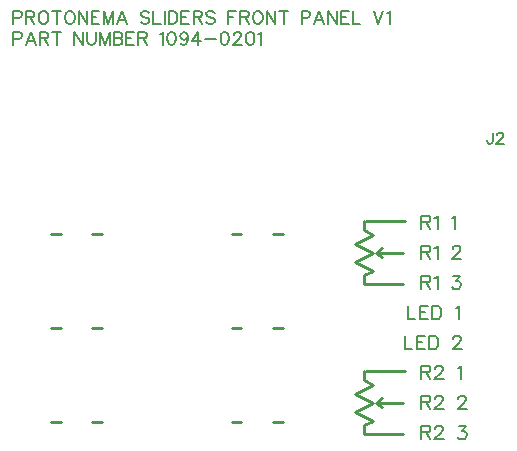
<source format=gto>
G04 Layer: TopSilkscreenLayer*
G04 EasyEDA v6.5.22, 2023-02-15 20:21:58*
G04 4437690330c0464a833ae06912b54f16,5a6b42c53f6a479593ecc07194224c93,10*
G04 Gerber Generator version 0.2*
G04 Scale: 100 percent, Rotated: No, Reflected: No *
G04 Dimensions in millimeters *
G04 leading zeros omitted , absolute positions ,4 integer and 5 decimal *
%FSLAX45Y45*%
%MOMM*%

%ADD10C,0.1524*%
%ADD11C,0.2540*%

%LPD*%
D10*
X762000Y5423915D02*
G01*
X762000Y5314950D01*
X762000Y5423915D02*
G01*
X808736Y5423915D01*
X824229Y5418836D01*
X829563Y5413502D01*
X834644Y5403087D01*
X834644Y5387594D01*
X829563Y5377179D01*
X824229Y5372100D01*
X808736Y5366765D01*
X762000Y5366765D01*
X910589Y5423915D02*
G01*
X868934Y5314950D01*
X910589Y5423915D02*
G01*
X952245Y5314950D01*
X884681Y5351271D02*
G01*
X936497Y5351271D01*
X986536Y5423915D02*
G01*
X986536Y5314950D01*
X986536Y5423915D02*
G01*
X1033271Y5423915D01*
X1048765Y5418836D01*
X1054100Y5413502D01*
X1059179Y5403087D01*
X1059179Y5392673D01*
X1054100Y5382260D01*
X1048765Y5377179D01*
X1033271Y5372100D01*
X986536Y5372100D01*
X1022857Y5372100D02*
G01*
X1059179Y5314950D01*
X1129792Y5423915D02*
G01*
X1129792Y5314950D01*
X1093470Y5423915D02*
G01*
X1166113Y5423915D01*
X1280413Y5423915D02*
G01*
X1280413Y5314950D01*
X1280413Y5423915D02*
G01*
X1353312Y5314950D01*
X1353312Y5423915D02*
G01*
X1353312Y5314950D01*
X1387602Y5423915D02*
G01*
X1387602Y5345937D01*
X1392681Y5330444D01*
X1403095Y5320029D01*
X1418589Y5314950D01*
X1429004Y5314950D01*
X1444752Y5320029D01*
X1455165Y5330444D01*
X1460245Y5345937D01*
X1460245Y5423915D01*
X1494536Y5423915D02*
G01*
X1494536Y5314950D01*
X1494536Y5423915D02*
G01*
X1536192Y5314950D01*
X1577594Y5423915D02*
G01*
X1536192Y5314950D01*
X1577594Y5423915D02*
G01*
X1577594Y5314950D01*
X1611884Y5423915D02*
G01*
X1611884Y5314950D01*
X1611884Y5423915D02*
G01*
X1658620Y5423915D01*
X1674368Y5418836D01*
X1679447Y5413502D01*
X1684781Y5403087D01*
X1684781Y5392673D01*
X1679447Y5382260D01*
X1674368Y5377179D01*
X1658620Y5372100D01*
X1611884Y5372100D02*
G01*
X1658620Y5372100D01*
X1674368Y5366765D01*
X1679447Y5361686D01*
X1684781Y5351271D01*
X1684781Y5335523D01*
X1679447Y5325110D01*
X1674368Y5320029D01*
X1658620Y5314950D01*
X1611884Y5314950D01*
X1719071Y5423915D02*
G01*
X1719071Y5314950D01*
X1719071Y5423915D02*
G01*
X1786636Y5423915D01*
X1719071Y5372100D02*
G01*
X1760473Y5372100D01*
X1719071Y5314950D02*
G01*
X1786636Y5314950D01*
X1820926Y5423915D02*
G01*
X1820926Y5314950D01*
X1820926Y5423915D02*
G01*
X1867662Y5423915D01*
X1883155Y5418836D01*
X1888489Y5413502D01*
X1893570Y5403087D01*
X1893570Y5392673D01*
X1888489Y5382260D01*
X1883155Y5377179D01*
X1867662Y5372100D01*
X1820926Y5372100D01*
X1857247Y5372100D02*
G01*
X1893570Y5314950D01*
X2007870Y5403087D02*
G01*
X2018284Y5408421D01*
X2033777Y5423915D01*
X2033777Y5314950D01*
X2099309Y5423915D02*
G01*
X2083815Y5418836D01*
X2073402Y5403087D01*
X2068068Y5377179D01*
X2068068Y5361686D01*
X2073402Y5335523D01*
X2083815Y5320029D01*
X2099309Y5314950D01*
X2109724Y5314950D01*
X2125218Y5320029D01*
X2135631Y5335523D01*
X2140965Y5361686D01*
X2140965Y5377179D01*
X2135631Y5403087D01*
X2125218Y5418836D01*
X2109724Y5423915D01*
X2099309Y5423915D01*
X2242820Y5387594D02*
G01*
X2237486Y5372100D01*
X2227072Y5361686D01*
X2211577Y5356352D01*
X2206243Y5356352D01*
X2190750Y5361686D01*
X2180336Y5372100D01*
X2175256Y5387594D01*
X2175256Y5392673D01*
X2180336Y5408421D01*
X2190750Y5418836D01*
X2206243Y5423915D01*
X2211577Y5423915D01*
X2227072Y5418836D01*
X2237486Y5408421D01*
X2242820Y5387594D01*
X2242820Y5361686D01*
X2237486Y5335523D01*
X2227072Y5320029D01*
X2211577Y5314950D01*
X2201163Y5314950D01*
X2185670Y5320029D01*
X2180336Y5330444D01*
X2328925Y5423915D02*
G01*
X2277109Y5351271D01*
X2354834Y5351271D01*
X2328925Y5423915D02*
G01*
X2328925Y5314950D01*
X2389124Y5361686D02*
G01*
X2482850Y5361686D01*
X2548127Y5423915D02*
G01*
X2532634Y5418836D01*
X2522220Y5403087D01*
X2517140Y5377179D01*
X2517140Y5361686D01*
X2522220Y5335523D01*
X2532634Y5320029D01*
X2548127Y5314950D01*
X2558541Y5314950D01*
X2574290Y5320029D01*
X2584450Y5335523D01*
X2589784Y5361686D01*
X2589784Y5377179D01*
X2584450Y5403087D01*
X2574290Y5418836D01*
X2558541Y5423915D01*
X2548127Y5423915D01*
X2629154Y5398007D02*
G01*
X2629154Y5403087D01*
X2634488Y5413502D01*
X2639568Y5418836D01*
X2649981Y5423915D01*
X2670809Y5423915D01*
X2681224Y5418836D01*
X2686304Y5413502D01*
X2691638Y5403087D01*
X2691638Y5392673D01*
X2686304Y5382260D01*
X2675890Y5366765D01*
X2624074Y5314950D01*
X2696718Y5314950D01*
X2762250Y5423915D02*
G01*
X2746756Y5418836D01*
X2736341Y5403087D01*
X2731008Y5377179D01*
X2731008Y5361686D01*
X2736341Y5335523D01*
X2746756Y5320029D01*
X2762250Y5314950D01*
X2772663Y5314950D01*
X2788158Y5320029D01*
X2798572Y5335523D01*
X2803906Y5361686D01*
X2803906Y5377179D01*
X2798572Y5403087D01*
X2788158Y5418836D01*
X2772663Y5423915D01*
X2762250Y5423915D01*
X2838195Y5403087D02*
G01*
X2848609Y5408421D01*
X2864104Y5423915D01*
X2864104Y5314950D01*
X762000Y5601715D02*
G01*
X762000Y5492750D01*
X762000Y5601715D02*
G01*
X808736Y5601715D01*
X824229Y5596636D01*
X829563Y5591302D01*
X834644Y5580887D01*
X834644Y5565394D01*
X829563Y5554979D01*
X824229Y5549900D01*
X808736Y5544565D01*
X762000Y5544565D01*
X868934Y5601715D02*
G01*
X868934Y5492750D01*
X868934Y5601715D02*
G01*
X915670Y5601715D01*
X931418Y5596636D01*
X936497Y5591302D01*
X941831Y5580887D01*
X941831Y5570473D01*
X936497Y5560060D01*
X931418Y5554979D01*
X915670Y5549900D01*
X868934Y5549900D01*
X905510Y5549900D02*
G01*
X941831Y5492750D01*
X1007110Y5601715D02*
G01*
X996950Y5596636D01*
X986536Y5586221D01*
X981202Y5575807D01*
X976121Y5560060D01*
X976121Y5534152D01*
X981202Y5518657D01*
X986536Y5508244D01*
X996950Y5497829D01*
X1007110Y5492750D01*
X1027937Y5492750D01*
X1038352Y5497829D01*
X1048765Y5508244D01*
X1054100Y5518657D01*
X1059179Y5534152D01*
X1059179Y5560060D01*
X1054100Y5575807D01*
X1048765Y5586221D01*
X1038352Y5596636D01*
X1027937Y5601715D01*
X1007110Y5601715D01*
X1129792Y5601715D02*
G01*
X1129792Y5492750D01*
X1093470Y5601715D02*
G01*
X1166113Y5601715D01*
X1231645Y5601715D02*
G01*
X1221231Y5596636D01*
X1210818Y5586221D01*
X1205737Y5575807D01*
X1200404Y5560060D01*
X1200404Y5534152D01*
X1205737Y5518657D01*
X1210818Y5508244D01*
X1221231Y5497829D01*
X1231645Y5492750D01*
X1252473Y5492750D01*
X1262887Y5497829D01*
X1273302Y5508244D01*
X1278381Y5518657D01*
X1283715Y5534152D01*
X1283715Y5560060D01*
X1278381Y5575807D01*
X1273302Y5586221D01*
X1262887Y5596636D01*
X1252473Y5601715D01*
X1231645Y5601715D01*
X1318005Y5601715D02*
G01*
X1318005Y5492750D01*
X1318005Y5601715D02*
G01*
X1390650Y5492750D01*
X1390650Y5601715D02*
G01*
X1390650Y5492750D01*
X1424939Y5601715D02*
G01*
X1424939Y5492750D01*
X1424939Y5601715D02*
G01*
X1492504Y5601715D01*
X1424939Y5549900D02*
G01*
X1466595Y5549900D01*
X1424939Y5492750D02*
G01*
X1492504Y5492750D01*
X1526794Y5601715D02*
G01*
X1526794Y5492750D01*
X1526794Y5601715D02*
G01*
X1568450Y5492750D01*
X1609852Y5601715D02*
G01*
X1568450Y5492750D01*
X1609852Y5601715D02*
G01*
X1609852Y5492750D01*
X1685797Y5601715D02*
G01*
X1644142Y5492750D01*
X1685797Y5601715D02*
G01*
X1727200Y5492750D01*
X1659889Y5529071D02*
G01*
X1711705Y5529071D01*
X1914397Y5586221D02*
G01*
X1903984Y5596636D01*
X1888489Y5601715D01*
X1867662Y5601715D01*
X1851913Y5596636D01*
X1841500Y5586221D01*
X1841500Y5575807D01*
X1846834Y5565394D01*
X1851913Y5560060D01*
X1862328Y5554979D01*
X1893570Y5544565D01*
X1903984Y5539486D01*
X1909063Y5534152D01*
X1914397Y5523737D01*
X1914397Y5508244D01*
X1903984Y5497829D01*
X1888489Y5492750D01*
X1867662Y5492750D01*
X1851913Y5497829D01*
X1841500Y5508244D01*
X1948688Y5601715D02*
G01*
X1948688Y5492750D01*
X1948688Y5492750D02*
G01*
X2010918Y5492750D01*
X2045208Y5601715D02*
G01*
X2045208Y5492750D01*
X2079497Y5601715D02*
G01*
X2079497Y5492750D01*
X2079497Y5601715D02*
G01*
X2115820Y5601715D01*
X2131568Y5596636D01*
X2141981Y5586221D01*
X2147061Y5575807D01*
X2152395Y5560060D01*
X2152395Y5534152D01*
X2147061Y5518657D01*
X2141981Y5508244D01*
X2131568Y5497829D01*
X2115820Y5492750D01*
X2079497Y5492750D01*
X2186686Y5601715D02*
G01*
X2186686Y5492750D01*
X2186686Y5601715D02*
G01*
X2254250Y5601715D01*
X2186686Y5549900D02*
G01*
X2228088Y5549900D01*
X2186686Y5492750D02*
G01*
X2254250Y5492750D01*
X2288540Y5601715D02*
G01*
X2288540Y5492750D01*
X2288540Y5601715D02*
G01*
X2335275Y5601715D01*
X2350770Y5596636D01*
X2355850Y5591302D01*
X2361184Y5580887D01*
X2361184Y5570473D01*
X2355850Y5560060D01*
X2350770Y5554979D01*
X2335275Y5549900D01*
X2288540Y5549900D01*
X2324861Y5549900D02*
G01*
X2361184Y5492750D01*
X2468118Y5586221D02*
G01*
X2457704Y5596636D01*
X2442209Y5601715D01*
X2421381Y5601715D01*
X2405888Y5596636D01*
X2395474Y5586221D01*
X2395474Y5575807D01*
X2400554Y5565394D01*
X2405888Y5560060D01*
X2416302Y5554979D01*
X2447290Y5544565D01*
X2457704Y5539486D01*
X2463038Y5534152D01*
X2468118Y5523737D01*
X2468118Y5508244D01*
X2457704Y5497829D01*
X2442209Y5492750D01*
X2421381Y5492750D01*
X2405888Y5497829D01*
X2395474Y5508244D01*
X2582418Y5601715D02*
G01*
X2582418Y5492750D01*
X2582418Y5601715D02*
G01*
X2649981Y5601715D01*
X2582418Y5549900D02*
G01*
X2624074Y5549900D01*
X2684272Y5601715D02*
G01*
X2684272Y5492750D01*
X2684272Y5601715D02*
G01*
X2731008Y5601715D01*
X2746756Y5596636D01*
X2751836Y5591302D01*
X2757170Y5580887D01*
X2757170Y5570473D01*
X2751836Y5560060D01*
X2746756Y5554979D01*
X2731008Y5549900D01*
X2684272Y5549900D01*
X2720593Y5549900D02*
G01*
X2757170Y5492750D01*
X2822447Y5601715D02*
G01*
X2812034Y5596636D01*
X2801620Y5586221D01*
X2796540Y5575807D01*
X2791459Y5560060D01*
X2791459Y5534152D01*
X2796540Y5518657D01*
X2801620Y5508244D01*
X2812034Y5497829D01*
X2822447Y5492750D01*
X2843275Y5492750D01*
X2853690Y5497829D01*
X2864104Y5508244D01*
X2869184Y5518657D01*
X2874518Y5534152D01*
X2874518Y5560060D01*
X2869184Y5575807D01*
X2864104Y5586221D01*
X2853690Y5596636D01*
X2843275Y5601715D01*
X2822447Y5601715D01*
X2908808Y5601715D02*
G01*
X2908808Y5492750D01*
X2908808Y5601715D02*
G01*
X2981452Y5492750D01*
X2981452Y5601715D02*
G01*
X2981452Y5492750D01*
X3052063Y5601715D02*
G01*
X3052063Y5492750D01*
X3015741Y5601715D02*
G01*
X3088640Y5601715D01*
X3202940Y5601715D02*
G01*
X3202940Y5492750D01*
X3202940Y5601715D02*
G01*
X3249675Y5601715D01*
X3265170Y5596636D01*
X3270250Y5591302D01*
X3275584Y5580887D01*
X3275584Y5565394D01*
X3270250Y5554979D01*
X3265170Y5549900D01*
X3249675Y5544565D01*
X3202940Y5544565D01*
X3351529Y5601715D02*
G01*
X3309874Y5492750D01*
X3351529Y5601715D02*
G01*
X3392931Y5492750D01*
X3325368Y5529071D02*
G01*
X3377438Y5529071D01*
X3427222Y5601715D02*
G01*
X3427222Y5492750D01*
X3427222Y5601715D02*
G01*
X3500120Y5492750D01*
X3500120Y5601715D02*
G01*
X3500120Y5492750D01*
X3534409Y5601715D02*
G01*
X3534409Y5492750D01*
X3534409Y5601715D02*
G01*
X3601720Y5601715D01*
X3534409Y5549900D02*
G01*
X3575811Y5549900D01*
X3534409Y5492750D02*
G01*
X3601720Y5492750D01*
X3636009Y5601715D02*
G01*
X3636009Y5492750D01*
X3636009Y5492750D02*
G01*
X3698493Y5492750D01*
X3812793Y5601715D02*
G01*
X3854450Y5492750D01*
X3895852Y5601715D02*
G01*
X3854450Y5492750D01*
X3930141Y5580887D02*
G01*
X3940556Y5586221D01*
X3956050Y5601715D01*
X3956050Y5492750D01*
X4820645Y4571220D02*
G01*
X4820645Y4498576D01*
X4816073Y4484860D01*
X4811501Y4480288D01*
X4802357Y4475716D01*
X4793467Y4475716D01*
X4784323Y4480288D01*
X4779751Y4484860D01*
X4775179Y4498576D01*
X4775179Y4507720D01*
X4855189Y4548614D02*
G01*
X4855189Y4553186D01*
X4859761Y4562076D01*
X4864333Y4566648D01*
X4873477Y4571220D01*
X4891511Y4571220D01*
X4900655Y4566648D01*
X4905227Y4562076D01*
X4909799Y4553186D01*
X4909799Y4544042D01*
X4905227Y4534898D01*
X4896083Y4521182D01*
X4850617Y4475716D01*
X4914371Y4475716D01*
X4216400Y3867657D02*
G01*
X4216400Y3753104D01*
X4216400Y3867657D02*
G01*
X4265422Y3867657D01*
X4281931Y3862070D01*
X4287265Y3856736D01*
X4292854Y3845813D01*
X4292854Y3834892D01*
X4287265Y3823970D01*
X4281931Y3818381D01*
X4265422Y3813047D01*
X4216400Y3813047D01*
X4254500Y3813047D02*
G01*
X4292854Y3753104D01*
X4328668Y3845813D02*
G01*
X4339590Y3851147D01*
X4356100Y3867657D01*
X4356100Y3753104D01*
X4475988Y3845813D02*
G01*
X4486909Y3851147D01*
X4503420Y3867657D01*
X4503420Y3753104D01*
X4216400Y3613657D02*
G01*
X4216400Y3499104D01*
X4216400Y3613657D02*
G01*
X4265422Y3613657D01*
X4281931Y3608070D01*
X4287265Y3602736D01*
X4292854Y3591813D01*
X4292854Y3580892D01*
X4287265Y3569970D01*
X4281931Y3564381D01*
X4265422Y3559047D01*
X4216400Y3559047D01*
X4254500Y3559047D02*
G01*
X4292854Y3499104D01*
X4328668Y3591813D02*
G01*
X4339590Y3597147D01*
X4356100Y3613657D01*
X4356100Y3499104D01*
X4481575Y3586226D02*
G01*
X4481575Y3591813D01*
X4486909Y3602736D01*
X4492497Y3608070D01*
X4503420Y3613657D01*
X4525009Y3613657D01*
X4535931Y3608070D01*
X4541520Y3602736D01*
X4546854Y3591813D01*
X4546854Y3580892D01*
X4541520Y3569970D01*
X4530597Y3553713D01*
X4475988Y3499104D01*
X4552441Y3499104D01*
X4216400Y3359657D02*
G01*
X4216400Y3245104D01*
X4216400Y3359657D02*
G01*
X4265422Y3359657D01*
X4281931Y3354070D01*
X4287265Y3348736D01*
X4292854Y3337813D01*
X4292854Y3326892D01*
X4287265Y3315970D01*
X4281931Y3310381D01*
X4265422Y3305047D01*
X4216400Y3305047D01*
X4254500Y3305047D02*
G01*
X4292854Y3245104D01*
X4328668Y3337813D02*
G01*
X4339590Y3343147D01*
X4356100Y3359657D01*
X4356100Y3245104D01*
X4486909Y3359657D02*
G01*
X4546854Y3359657D01*
X4514341Y3315970D01*
X4530597Y3315970D01*
X4541520Y3310381D01*
X4546854Y3305047D01*
X4552441Y3288792D01*
X4552441Y3277870D01*
X4546854Y3261360D01*
X4535931Y3250437D01*
X4519675Y3245104D01*
X4503420Y3245104D01*
X4486909Y3250437D01*
X4481575Y3256026D01*
X4475988Y3266947D01*
X4102092Y3105652D02*
G01*
X4102092Y2991098D01*
X4102092Y2991098D02*
G01*
X4167624Y2991098D01*
X4203438Y3105652D02*
G01*
X4203438Y2991098D01*
X4203438Y3105652D02*
G01*
X4274558Y3105652D01*
X4203438Y3051042D02*
G01*
X4247126Y3051042D01*
X4203438Y2991098D02*
G01*
X4274558Y2991098D01*
X4310372Y3105652D02*
G01*
X4310372Y2991098D01*
X4310372Y3105652D02*
G01*
X4348726Y3105652D01*
X4364982Y3100064D01*
X4375904Y3089142D01*
X4381238Y3078220D01*
X4386826Y3061964D01*
X4386826Y3034786D01*
X4381238Y3018276D01*
X4375904Y3007354D01*
X4364982Y2996432D01*
X4348726Y2991098D01*
X4310372Y2991098D01*
X4506714Y3083808D02*
G01*
X4517636Y3089142D01*
X4534146Y3105652D01*
X4534146Y2991098D01*
X4076692Y2851652D02*
G01*
X4076692Y2737098D01*
X4076692Y2737098D02*
G01*
X4142224Y2737098D01*
X4178038Y2851652D02*
G01*
X4178038Y2737098D01*
X4178038Y2851652D02*
G01*
X4249158Y2851652D01*
X4178038Y2797042D02*
G01*
X4221726Y2797042D01*
X4178038Y2737098D02*
G01*
X4249158Y2737098D01*
X4284972Y2851652D02*
G01*
X4284972Y2737098D01*
X4284972Y2851652D02*
G01*
X4323326Y2851652D01*
X4339582Y2846064D01*
X4350504Y2835142D01*
X4355838Y2824220D01*
X4361426Y2807964D01*
X4361426Y2780786D01*
X4355838Y2764276D01*
X4350504Y2753354D01*
X4339582Y2742432D01*
X4323326Y2737098D01*
X4284972Y2737098D01*
X4486902Y2824220D02*
G01*
X4486902Y2829808D01*
X4492236Y2840730D01*
X4497824Y2846064D01*
X4508746Y2851652D01*
X4530590Y2851652D01*
X4541512Y2846064D01*
X4546846Y2840730D01*
X4552434Y2829808D01*
X4552434Y2818886D01*
X4546846Y2807964D01*
X4535924Y2791708D01*
X4481314Y2737098D01*
X4557768Y2737098D01*
X4216400Y2597657D02*
G01*
X4216400Y2483104D01*
X4216400Y2597657D02*
G01*
X4265422Y2597657D01*
X4281931Y2592070D01*
X4287265Y2586736D01*
X4292854Y2575813D01*
X4292854Y2564892D01*
X4287265Y2553970D01*
X4281931Y2548381D01*
X4265422Y2543047D01*
X4216400Y2543047D01*
X4254500Y2543047D02*
G01*
X4292854Y2483104D01*
X4334256Y2570226D02*
G01*
X4334256Y2575813D01*
X4339590Y2586736D01*
X4345177Y2592070D01*
X4356100Y2597657D01*
X4377943Y2597657D01*
X4388865Y2592070D01*
X4394200Y2586736D01*
X4399788Y2575813D01*
X4399788Y2564892D01*
X4394200Y2553970D01*
X4383277Y2537713D01*
X4328668Y2483104D01*
X4405122Y2483104D01*
X4525009Y2575813D02*
G01*
X4535931Y2581147D01*
X4552441Y2597657D01*
X4552441Y2483104D01*
X4216400Y2343657D02*
G01*
X4216400Y2229104D01*
X4216400Y2343657D02*
G01*
X4265422Y2343657D01*
X4281931Y2338070D01*
X4287265Y2332736D01*
X4292854Y2321813D01*
X4292854Y2310892D01*
X4287265Y2299970D01*
X4281931Y2294381D01*
X4265422Y2289047D01*
X4216400Y2289047D01*
X4254500Y2289047D02*
G01*
X4292854Y2229104D01*
X4334256Y2316226D02*
G01*
X4334256Y2321813D01*
X4339590Y2332736D01*
X4345177Y2338070D01*
X4356100Y2343657D01*
X4377943Y2343657D01*
X4388865Y2338070D01*
X4394200Y2332736D01*
X4399788Y2321813D01*
X4399788Y2310892D01*
X4394200Y2299970D01*
X4383277Y2283713D01*
X4328668Y2229104D01*
X4405122Y2229104D01*
X4530597Y2316226D02*
G01*
X4530597Y2321813D01*
X4535931Y2332736D01*
X4541520Y2338070D01*
X4552441Y2343657D01*
X4574286Y2343657D01*
X4585208Y2338070D01*
X4590541Y2332736D01*
X4596129Y2321813D01*
X4596129Y2310892D01*
X4590541Y2299970D01*
X4579620Y2283713D01*
X4525009Y2229104D01*
X4601463Y2229104D01*
X4216400Y2089657D02*
G01*
X4216400Y1975104D01*
X4216400Y2089657D02*
G01*
X4265422Y2089657D01*
X4281931Y2084070D01*
X4287265Y2078736D01*
X4292854Y2067813D01*
X4292854Y2056892D01*
X4287265Y2045970D01*
X4281931Y2040381D01*
X4265422Y2035047D01*
X4216400Y2035047D01*
X4254500Y2035047D02*
G01*
X4292854Y1975104D01*
X4334256Y2062226D02*
G01*
X4334256Y2067813D01*
X4339590Y2078736D01*
X4345177Y2084070D01*
X4356100Y2089657D01*
X4377943Y2089657D01*
X4388865Y2084070D01*
X4394200Y2078736D01*
X4399788Y2067813D01*
X4399788Y2056892D01*
X4394200Y2045970D01*
X4383277Y2029713D01*
X4328668Y1975104D01*
X4405122Y1975104D01*
X4535931Y2089657D02*
G01*
X4596129Y2089657D01*
X4563363Y2045970D01*
X4579620Y2045970D01*
X4590541Y2040381D01*
X4596129Y2035047D01*
X4601463Y2018792D01*
X4601463Y2007870D01*
X4596129Y1991360D01*
X4585208Y1980437D01*
X4568697Y1975104D01*
X4552441Y1975104D01*
X4535931Y1980437D01*
X4530597Y1986026D01*
X4525009Y1996947D01*
D11*
X1432399Y2119579D02*
G01*
X1512394Y2119591D01*
X1432399Y2916684D02*
G01*
X1512394Y2916684D01*
X1082398Y2119579D02*
G01*
X1162387Y2119591D01*
X1082398Y2916684D02*
G01*
X1162387Y2916684D01*
X2962699Y3715296D02*
G01*
X3042696Y3715296D01*
X2962699Y2915287D02*
G01*
X3042696Y2915287D01*
X2962699Y2118184D02*
G01*
X3042696Y2118197D01*
X2612699Y2118184D02*
G01*
X2692681Y2118197D01*
X2612699Y2915287D02*
G01*
X2692681Y2915287D01*
X2612699Y3715296D02*
G01*
X2692681Y3715296D01*
X1432399Y3715687D02*
G01*
X1512394Y3715692D01*
X1082398Y3716690D02*
G01*
X1162387Y3716690D01*
X3746487Y2552682D02*
G01*
X4076687Y2552682D01*
X3733787Y2019294D02*
G01*
X3733787Y2095494D01*
X3809987Y2133594D01*
X3657587Y2209794D01*
X3809987Y2285994D01*
X3657587Y2362194D01*
X3809987Y2438394D01*
X3733787Y2476494D01*
X3733774Y2552687D01*
X4063987Y2285994D02*
G01*
X3835387Y2285994D01*
X3733774Y2019287D02*
G01*
X4063974Y2019287D01*
X3835374Y2285982D02*
G01*
X3886174Y2247887D01*
X3835387Y2285994D02*
G01*
X3886174Y2324087D01*
X3746487Y3822682D02*
G01*
X4076687Y3822682D01*
X3733787Y3289294D02*
G01*
X3733787Y3365494D01*
X3809987Y3403594D01*
X3657587Y3479794D01*
X3809987Y3555994D01*
X3657587Y3632194D01*
X3809987Y3708394D01*
X3733787Y3746494D01*
X3733774Y3822687D01*
X4063987Y3555994D02*
G01*
X3835387Y3555994D01*
X3733774Y3289287D02*
G01*
X4063974Y3289287D01*
X3835374Y3555982D02*
G01*
X3886174Y3517887D01*
X3835387Y3555994D02*
G01*
X3886174Y3594087D01*
M02*

</source>
